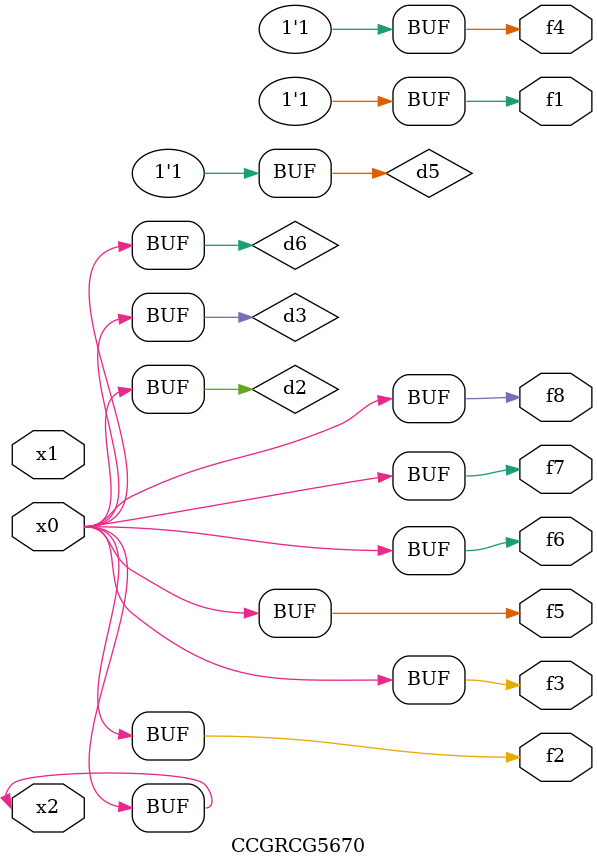
<source format=v>
module CCGRCG5670(
	input x0, x1, x2,
	output f1, f2, f3, f4, f5, f6, f7, f8
);

	wire d1, d2, d3, d4, d5, d6;

	xnor (d1, x2);
	buf (d2, x0, x2);
	and (d3, x0);
	xnor (d4, x1, x2);
	nand (d5, d1, d3);
	buf (d6, d2, d3);
	assign f1 = d5;
	assign f2 = d6;
	assign f3 = d6;
	assign f4 = d5;
	assign f5 = d6;
	assign f6 = d6;
	assign f7 = d6;
	assign f8 = d6;
endmodule

</source>
